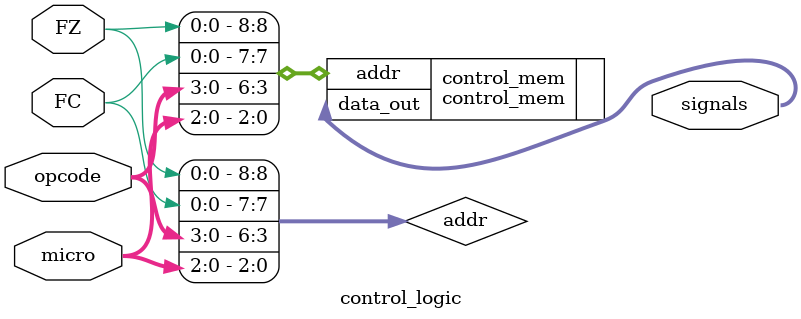
<source format=v>
module control_logic (
	// Flags
	input FZ,
	input FC,
	// Opcode
	input [3:0] opcode,
	// Microinstructions
	input [2:0] micro,
	// Output Control Signals
	output [16:0] signals
	);
	
	wire [8:0] addr = {FZ, FC, opcode, micro};
	
	control_mem control_mem (
		.addr(addr),
		.data_out(signals)
	);
	

endmodule	
</source>
